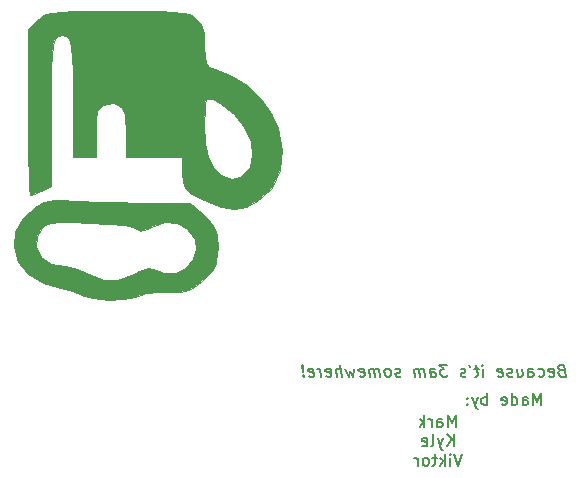
<source format=gbr>
G04 #@! TF.GenerationSoftware,KiCad,Pcbnew,5.1.5-1.fc31*
G04 #@! TF.CreationDate,2020-02-14T12:59:08+01:00*
G04 #@! TF.ProjectId,pcbdesign,70636264-6573-4696-976e-2e6b69636164,rev?*
G04 #@! TF.SameCoordinates,Original*
G04 #@! TF.FileFunction,Legend,Bot*
G04 #@! TF.FilePolarity,Positive*
%FSLAX46Y46*%
G04 Gerber Fmt 4.6, Leading zero omitted, Abs format (unit mm)*
G04 Created by KiCad (PCBNEW 5.1.5-1.fc31) date 2020-02-14 12:59:08*
%MOMM*%
%LPD*%
G04 APERTURE LIST*
%ADD10C,0.150000*%
%ADD11C,0.010000*%
G04 APERTURE END LIST*
D10*
X178600000Y-123102380D02*
X178600000Y-122102380D01*
X178266666Y-122816666D01*
X177933333Y-122102380D01*
X177933333Y-123102380D01*
X177028571Y-123102380D02*
X177028571Y-122578571D01*
X177076190Y-122483333D01*
X177171428Y-122435714D01*
X177361904Y-122435714D01*
X177457142Y-122483333D01*
X177028571Y-123054761D02*
X177123809Y-123102380D01*
X177361904Y-123102380D01*
X177457142Y-123054761D01*
X177504761Y-122959523D01*
X177504761Y-122864285D01*
X177457142Y-122769047D01*
X177361904Y-122721428D01*
X177123809Y-122721428D01*
X177028571Y-122673809D01*
X176552380Y-123102380D02*
X176552380Y-122435714D01*
X176552380Y-122626190D02*
X176504761Y-122530952D01*
X176457142Y-122483333D01*
X176361904Y-122435714D01*
X176266666Y-122435714D01*
X175933333Y-123102380D02*
X175933333Y-122102380D01*
X175838095Y-122721428D02*
X175552380Y-123102380D01*
X175552380Y-122435714D02*
X175933333Y-122816666D01*
X178433333Y-124752380D02*
X178433333Y-123752380D01*
X177861904Y-124752380D02*
X178290476Y-124180952D01*
X177861904Y-123752380D02*
X178433333Y-124323809D01*
X177528571Y-124085714D02*
X177290476Y-124752380D01*
X177052380Y-124085714D02*
X177290476Y-124752380D01*
X177385714Y-124990476D01*
X177433333Y-125038095D01*
X177528571Y-125085714D01*
X176528571Y-124752380D02*
X176623809Y-124704761D01*
X176671428Y-124609523D01*
X176671428Y-123752380D01*
X175766666Y-124704761D02*
X175861904Y-124752380D01*
X176052380Y-124752380D01*
X176147619Y-124704761D01*
X176195238Y-124609523D01*
X176195238Y-124228571D01*
X176147619Y-124133333D01*
X176052380Y-124085714D01*
X175861904Y-124085714D01*
X175766666Y-124133333D01*
X175719047Y-124228571D01*
X175719047Y-124323809D01*
X176195238Y-124419047D01*
X179123809Y-125402380D02*
X178790476Y-126402380D01*
X178457142Y-125402380D01*
X178123809Y-126402380D02*
X178123809Y-125735714D01*
X178123809Y-125402380D02*
X178171428Y-125450000D01*
X178123809Y-125497619D01*
X178076190Y-125450000D01*
X178123809Y-125402380D01*
X178123809Y-125497619D01*
X177647619Y-126402380D02*
X177647619Y-125402380D01*
X177552380Y-126021428D02*
X177266666Y-126402380D01*
X177266666Y-125735714D02*
X177647619Y-126116666D01*
X176980952Y-125735714D02*
X176600000Y-125735714D01*
X176838095Y-125402380D02*
X176838095Y-126259523D01*
X176790476Y-126354761D01*
X176695238Y-126402380D01*
X176600000Y-126402380D01*
X176123809Y-126402380D02*
X176219047Y-126354761D01*
X176266666Y-126307142D01*
X176314285Y-126211904D01*
X176314285Y-125926190D01*
X176266666Y-125830952D01*
X176219047Y-125783333D01*
X176123809Y-125735714D01*
X175980952Y-125735714D01*
X175885714Y-125783333D01*
X175838095Y-125830952D01*
X175790476Y-125926190D01*
X175790476Y-126211904D01*
X175838095Y-126307142D01*
X175885714Y-126354761D01*
X175980952Y-126402380D01*
X176123809Y-126402380D01*
X175361904Y-126402380D02*
X175361904Y-125735714D01*
X175361904Y-125926190D02*
X175314285Y-125830952D01*
X175266666Y-125783333D01*
X175171428Y-125735714D01*
X175076190Y-125735714D01*
X185819047Y-121252380D02*
X185819047Y-120252380D01*
X185485714Y-120966666D01*
X185152380Y-120252380D01*
X185152380Y-121252380D01*
X184247619Y-121252380D02*
X184247619Y-120728571D01*
X184295238Y-120633333D01*
X184390476Y-120585714D01*
X184580952Y-120585714D01*
X184676190Y-120633333D01*
X184247619Y-121204761D02*
X184342857Y-121252380D01*
X184580952Y-121252380D01*
X184676190Y-121204761D01*
X184723809Y-121109523D01*
X184723809Y-121014285D01*
X184676190Y-120919047D01*
X184580952Y-120871428D01*
X184342857Y-120871428D01*
X184247619Y-120823809D01*
X183342857Y-121252380D02*
X183342857Y-120252380D01*
X183342857Y-121204761D02*
X183438095Y-121252380D01*
X183628571Y-121252380D01*
X183723809Y-121204761D01*
X183771428Y-121157142D01*
X183819047Y-121061904D01*
X183819047Y-120776190D01*
X183771428Y-120680952D01*
X183723809Y-120633333D01*
X183628571Y-120585714D01*
X183438095Y-120585714D01*
X183342857Y-120633333D01*
X182485714Y-121204761D02*
X182580952Y-121252380D01*
X182771428Y-121252380D01*
X182866666Y-121204761D01*
X182914285Y-121109523D01*
X182914285Y-120728571D01*
X182866666Y-120633333D01*
X182771428Y-120585714D01*
X182580952Y-120585714D01*
X182485714Y-120633333D01*
X182438095Y-120728571D01*
X182438095Y-120823809D01*
X182914285Y-120919047D01*
X181247619Y-121252380D02*
X181247619Y-120252380D01*
X181247619Y-120633333D02*
X181152380Y-120585714D01*
X180961904Y-120585714D01*
X180866666Y-120633333D01*
X180819047Y-120680952D01*
X180771428Y-120776190D01*
X180771428Y-121061904D01*
X180819047Y-121157142D01*
X180866666Y-121204761D01*
X180961904Y-121252380D01*
X181152380Y-121252380D01*
X181247619Y-121204761D01*
X180438095Y-120585714D02*
X180200000Y-121252380D01*
X179961904Y-120585714D02*
X180200000Y-121252380D01*
X180295238Y-121490476D01*
X180342857Y-121538095D01*
X180438095Y-121585714D01*
X179580952Y-121157142D02*
X179533333Y-121204761D01*
X179580952Y-121252380D01*
X179628571Y-121204761D01*
X179580952Y-121157142D01*
X179580952Y-121252380D01*
X179580952Y-120633333D02*
X179533333Y-120680952D01*
X179580952Y-120728571D01*
X179628571Y-120680952D01*
X179580952Y-120633333D01*
X179580952Y-120728571D01*
X187496413Y-118328571D02*
X187359508Y-118376190D01*
X187317842Y-118423809D01*
X187282127Y-118519047D01*
X187299985Y-118661904D01*
X187359508Y-118757142D01*
X187413080Y-118804761D01*
X187514270Y-118852380D01*
X187895223Y-118852380D01*
X187770223Y-117852380D01*
X187436889Y-117852380D01*
X187347604Y-117900000D01*
X187305937Y-117947619D01*
X187270223Y-118042857D01*
X187282127Y-118138095D01*
X187341651Y-118233333D01*
X187395223Y-118280952D01*
X187496413Y-118328571D01*
X187829747Y-118328571D01*
X186508318Y-118804761D02*
X186609508Y-118852380D01*
X186799985Y-118852380D01*
X186889270Y-118804761D01*
X186924985Y-118709523D01*
X186877366Y-118328571D01*
X186817842Y-118233333D01*
X186716651Y-118185714D01*
X186526175Y-118185714D01*
X186436889Y-118233333D01*
X186401175Y-118328571D01*
X186413080Y-118423809D01*
X186901175Y-118519047D01*
X185603556Y-118804761D02*
X185704747Y-118852380D01*
X185895223Y-118852380D01*
X185984508Y-118804761D01*
X186026175Y-118757142D01*
X186061889Y-118661904D01*
X186026175Y-118376190D01*
X185966651Y-118280952D01*
X185913080Y-118233333D01*
X185811889Y-118185714D01*
X185621413Y-118185714D01*
X185532127Y-118233333D01*
X184752366Y-118852380D02*
X184686889Y-118328571D01*
X184722604Y-118233333D01*
X184811889Y-118185714D01*
X185002366Y-118185714D01*
X185103556Y-118233333D01*
X184746413Y-118804761D02*
X184847604Y-118852380D01*
X185085699Y-118852380D01*
X185174985Y-118804761D01*
X185210699Y-118709523D01*
X185198794Y-118614285D01*
X185139270Y-118519047D01*
X185038080Y-118471428D01*
X184799985Y-118471428D01*
X184698794Y-118423809D01*
X183764270Y-118185714D02*
X183847604Y-118852380D01*
X184192842Y-118185714D02*
X184258318Y-118709523D01*
X184222604Y-118804761D01*
X184133318Y-118852380D01*
X183990461Y-118852380D01*
X183889270Y-118804761D01*
X183835699Y-118757142D01*
X183413080Y-118804761D02*
X183323794Y-118852380D01*
X183133318Y-118852380D01*
X183032127Y-118804761D01*
X182972604Y-118709523D01*
X182966651Y-118661904D01*
X183002366Y-118566666D01*
X183091651Y-118519047D01*
X183234508Y-118519047D01*
X183323794Y-118471428D01*
X183359508Y-118376190D01*
X183353556Y-118328571D01*
X183294032Y-118233333D01*
X183192842Y-118185714D01*
X183049985Y-118185714D01*
X182960699Y-118233333D01*
X182174985Y-118804761D02*
X182276175Y-118852380D01*
X182466651Y-118852380D01*
X182555937Y-118804761D01*
X182591651Y-118709523D01*
X182544032Y-118328571D01*
X182484508Y-118233333D01*
X182383318Y-118185714D01*
X182192842Y-118185714D01*
X182103556Y-118233333D01*
X182067842Y-118328571D01*
X182079747Y-118423809D01*
X182567842Y-118519047D01*
X180942842Y-118852380D02*
X180859508Y-118185714D01*
X180817842Y-117852380D02*
X180871413Y-117900000D01*
X180829747Y-117947619D01*
X180776175Y-117900000D01*
X180817842Y-117852380D01*
X180829747Y-117947619D01*
X180526175Y-118185714D02*
X180145223Y-118185714D01*
X180341651Y-117852380D02*
X180448794Y-118709523D01*
X180413080Y-118804761D01*
X180323794Y-118852380D01*
X180228556Y-118852380D01*
X179722604Y-117852380D02*
X179841651Y-118042857D01*
X179460699Y-118804761D02*
X179371413Y-118852380D01*
X179180937Y-118852380D01*
X179079747Y-118804761D01*
X179020223Y-118709523D01*
X179014270Y-118661904D01*
X179049985Y-118566666D01*
X179139270Y-118519047D01*
X179282127Y-118519047D01*
X179371413Y-118471428D01*
X179407127Y-118376190D01*
X179401175Y-118328571D01*
X179341651Y-118233333D01*
X179240461Y-118185714D01*
X179097604Y-118185714D01*
X179008318Y-118233333D01*
X177817842Y-117852380D02*
X177198794Y-117852380D01*
X177579747Y-118233333D01*
X177436889Y-118233333D01*
X177347604Y-118280952D01*
X177305937Y-118328571D01*
X177270223Y-118423809D01*
X177299985Y-118661904D01*
X177359508Y-118757142D01*
X177413080Y-118804761D01*
X177514270Y-118852380D01*
X177799985Y-118852380D01*
X177889270Y-118804761D01*
X177930937Y-118757142D01*
X176466651Y-118852380D02*
X176401175Y-118328571D01*
X176436889Y-118233333D01*
X176526175Y-118185714D01*
X176716651Y-118185714D01*
X176817842Y-118233333D01*
X176460699Y-118804761D02*
X176561889Y-118852380D01*
X176799985Y-118852380D01*
X176889270Y-118804761D01*
X176924985Y-118709523D01*
X176913080Y-118614285D01*
X176853556Y-118519047D01*
X176752366Y-118471428D01*
X176514270Y-118471428D01*
X176413080Y-118423809D01*
X175990461Y-118852380D02*
X175907127Y-118185714D01*
X175919032Y-118280952D02*
X175865461Y-118233333D01*
X175764270Y-118185714D01*
X175621413Y-118185714D01*
X175532127Y-118233333D01*
X175496413Y-118328571D01*
X175561889Y-118852380D01*
X175496413Y-118328571D02*
X175436889Y-118233333D01*
X175335699Y-118185714D01*
X175192842Y-118185714D01*
X175103556Y-118233333D01*
X175067842Y-118328571D01*
X175133318Y-118852380D01*
X173936889Y-118804761D02*
X173847604Y-118852380D01*
X173657127Y-118852380D01*
X173555937Y-118804761D01*
X173496413Y-118709523D01*
X173490461Y-118661904D01*
X173526175Y-118566666D01*
X173615461Y-118519047D01*
X173758318Y-118519047D01*
X173847604Y-118471428D01*
X173883318Y-118376190D01*
X173877366Y-118328571D01*
X173817842Y-118233333D01*
X173716651Y-118185714D01*
X173573794Y-118185714D01*
X173484508Y-118233333D01*
X172942842Y-118852380D02*
X173032127Y-118804761D01*
X173073794Y-118757142D01*
X173109508Y-118661904D01*
X173073794Y-118376190D01*
X173014270Y-118280952D01*
X172960699Y-118233333D01*
X172859508Y-118185714D01*
X172716651Y-118185714D01*
X172627366Y-118233333D01*
X172585699Y-118280952D01*
X172549985Y-118376190D01*
X172585699Y-118661904D01*
X172645223Y-118757142D01*
X172698794Y-118804761D01*
X172799985Y-118852380D01*
X172942842Y-118852380D01*
X172180937Y-118852380D02*
X172097604Y-118185714D01*
X172109508Y-118280952D02*
X172055937Y-118233333D01*
X171954747Y-118185714D01*
X171811889Y-118185714D01*
X171722604Y-118233333D01*
X171686889Y-118328571D01*
X171752366Y-118852380D01*
X171686889Y-118328571D02*
X171627366Y-118233333D01*
X171526175Y-118185714D01*
X171383318Y-118185714D01*
X171294032Y-118233333D01*
X171258318Y-118328571D01*
X171323794Y-118852380D01*
X170460699Y-118804761D02*
X170561889Y-118852380D01*
X170752366Y-118852380D01*
X170841651Y-118804761D01*
X170877366Y-118709523D01*
X170829747Y-118328571D01*
X170770223Y-118233333D01*
X170669032Y-118185714D01*
X170478556Y-118185714D01*
X170389270Y-118233333D01*
X170353556Y-118328571D01*
X170365461Y-118423809D01*
X170853556Y-118519047D01*
X170002366Y-118185714D02*
X169895223Y-118852380D01*
X169645223Y-118376190D01*
X169514270Y-118852380D01*
X169240461Y-118185714D01*
X168942842Y-118852380D02*
X168817842Y-117852380D01*
X168514270Y-118852380D02*
X168448794Y-118328571D01*
X168484508Y-118233333D01*
X168573794Y-118185714D01*
X168716651Y-118185714D01*
X168817842Y-118233333D01*
X168871413Y-118280952D01*
X167651175Y-118804761D02*
X167752366Y-118852380D01*
X167942842Y-118852380D01*
X168032127Y-118804761D01*
X168067842Y-118709523D01*
X168020223Y-118328571D01*
X167960699Y-118233333D01*
X167859508Y-118185714D01*
X167669032Y-118185714D01*
X167579747Y-118233333D01*
X167544032Y-118328571D01*
X167555937Y-118423809D01*
X168044032Y-118519047D01*
X167180937Y-118852380D02*
X167097604Y-118185714D01*
X167121413Y-118376190D02*
X167061889Y-118280952D01*
X167008318Y-118233333D01*
X166907127Y-118185714D01*
X166811889Y-118185714D01*
X166174985Y-118804761D02*
X166276175Y-118852380D01*
X166466651Y-118852380D01*
X166555937Y-118804761D01*
X166591651Y-118709523D01*
X166544032Y-118328571D01*
X166484508Y-118233333D01*
X166383318Y-118185714D01*
X166192842Y-118185714D01*
X166103556Y-118233333D01*
X166067842Y-118328571D01*
X166079747Y-118423809D01*
X166567842Y-118519047D01*
X165692842Y-118757142D02*
X165651175Y-118804761D01*
X165704747Y-118852380D01*
X165746413Y-118804761D01*
X165692842Y-118757142D01*
X165704747Y-118852380D01*
X165657127Y-118471428D02*
X165633318Y-117900000D01*
X165579747Y-117852380D01*
X165538080Y-117900000D01*
X165657127Y-118471428D01*
X165579747Y-117852380D01*
D11*
G36*
X150438775Y-112305154D02*
G01*
X151478357Y-112092156D01*
X151692521Y-111997984D01*
X152386686Y-111804503D01*
X153436360Y-111700171D01*
X154198662Y-111696659D01*
X155289431Y-111698913D01*
X156022641Y-111544704D01*
X156672665Y-111139909D01*
X157222638Y-110659321D01*
X157950437Y-109925079D01*
X158305894Y-109279378D01*
X158419379Y-108425505D01*
X158426250Y-107920001D01*
X158376094Y-106882622D01*
X158141263Y-106184008D01*
X157595213Y-105530589D01*
X157260346Y-105215236D01*
X156094442Y-104146765D01*
X151704096Y-104132517D01*
X149937065Y-104113853D01*
X148250282Y-104073041D01*
X146820223Y-104015832D01*
X145823363Y-103947978D01*
X145726250Y-103937710D01*
X144563246Y-103886350D01*
X143694001Y-104089853D01*
X143122289Y-104395785D01*
X141939166Y-105435501D01*
X141301709Y-106641321D01*
X141183936Y-107896880D01*
X143043222Y-107896880D01*
X143111773Y-106981767D01*
X143536236Y-106296603D01*
X143848461Y-106044784D01*
X144318871Y-105887467D01*
X145073937Y-105809287D01*
X146240128Y-105794881D01*
X147482526Y-105817211D01*
X149235700Y-105897289D01*
X150527415Y-106037121D01*
X151282975Y-106227590D01*
X151395982Y-106294931D01*
X151859677Y-106512957D01*
X152469431Y-106368072D01*
X152831425Y-106193698D01*
X153991092Y-105760009D01*
X154958197Y-105834748D01*
X155843432Y-106355545D01*
X156497939Y-107174185D01*
X156638976Y-108070429D01*
X156357256Y-108926466D01*
X155743494Y-109624488D01*
X154888402Y-110046685D01*
X153882695Y-110075246D01*
X153176480Y-109819103D01*
X152581228Y-109687796D01*
X151796175Y-109926050D01*
X151376429Y-110136603D01*
X150003421Y-110675921D01*
X148783327Y-110675518D01*
X147544201Y-110141314D01*
X146555746Y-109708962D01*
X145548084Y-109509110D01*
X145471721Y-109507500D01*
X144299507Y-109286344D01*
X143464570Y-108707271D01*
X143043222Y-107896880D01*
X141183936Y-107896880D01*
X141183238Y-107904313D01*
X141557072Y-109115547D01*
X142396532Y-110166089D01*
X143674938Y-110947009D01*
X144806706Y-111273089D01*
X145868912Y-111539236D01*
X146818540Y-111891045D01*
X146901107Y-111931184D01*
X147873986Y-112220817D01*
X149145263Y-112346757D01*
X150438775Y-112305154D01*
G37*
X150438775Y-112305154D02*
X151478357Y-112092156D01*
X151692521Y-111997984D01*
X152386686Y-111804503D01*
X153436360Y-111700171D01*
X154198662Y-111696659D01*
X155289431Y-111698913D01*
X156022641Y-111544704D01*
X156672665Y-111139909D01*
X157222638Y-110659321D01*
X157950437Y-109925079D01*
X158305894Y-109279378D01*
X158419379Y-108425505D01*
X158426250Y-107920001D01*
X158376094Y-106882622D01*
X158141263Y-106184008D01*
X157595213Y-105530589D01*
X157260346Y-105215236D01*
X156094442Y-104146765D01*
X151704096Y-104132517D01*
X149937065Y-104113853D01*
X148250282Y-104073041D01*
X146820223Y-104015832D01*
X145823363Y-103947978D01*
X145726250Y-103937710D01*
X144563246Y-103886350D01*
X143694001Y-104089853D01*
X143122289Y-104395785D01*
X141939166Y-105435501D01*
X141301709Y-106641321D01*
X141183936Y-107896880D01*
X143043222Y-107896880D01*
X143111773Y-106981767D01*
X143536236Y-106296603D01*
X143848461Y-106044784D01*
X144318871Y-105887467D01*
X145073937Y-105809287D01*
X146240128Y-105794881D01*
X147482526Y-105817211D01*
X149235700Y-105897289D01*
X150527415Y-106037121D01*
X151282975Y-106227590D01*
X151395982Y-106294931D01*
X151859677Y-106512957D01*
X152469431Y-106368072D01*
X152831425Y-106193698D01*
X153991092Y-105760009D01*
X154958197Y-105834748D01*
X155843432Y-106355545D01*
X156497939Y-107174185D01*
X156638976Y-108070429D01*
X156357256Y-108926466D01*
X155743494Y-109624488D01*
X154888402Y-110046685D01*
X153882695Y-110075246D01*
X153176480Y-109819103D01*
X152581228Y-109687796D01*
X151796175Y-109926050D01*
X151376429Y-110136603D01*
X150003421Y-110675921D01*
X148783327Y-110675518D01*
X147544201Y-110141314D01*
X146555746Y-109708962D01*
X145548084Y-109509110D01*
X145471721Y-109507500D01*
X144299507Y-109286344D01*
X143464570Y-108707271D01*
X143043222Y-107896880D01*
X141183936Y-107896880D01*
X141183238Y-107904313D01*
X141557072Y-109115547D01*
X142396532Y-110166089D01*
X143674938Y-110947009D01*
X144806706Y-111273089D01*
X145868912Y-111539236D01*
X146818540Y-111891045D01*
X146901107Y-111931184D01*
X147873986Y-112220817D01*
X149145263Y-112346757D01*
X150438775Y-112305154D01*
G36*
X160855362Y-104526845D02*
G01*
X161792422Y-104024297D01*
X163021807Y-102855548D01*
X163724851Y-101384052D01*
X163890643Y-99677953D01*
X163508271Y-97805392D01*
X162984783Y-96578258D01*
X162115262Y-95346032D01*
X160888238Y-94191107D01*
X159512720Y-93279485D01*
X158199317Y-92777489D01*
X157685945Y-92628152D01*
X157422917Y-92329399D01*
X157327113Y-91705364D01*
X157315000Y-90906431D01*
X157248682Y-89768886D01*
X157005432Y-89032752D01*
X156620131Y-88564869D01*
X156337651Y-88337936D01*
X155985332Y-88171111D01*
X155468489Y-88055218D01*
X154692434Y-87981084D01*
X153562480Y-87939536D01*
X151983939Y-87921400D01*
X149938199Y-87917500D01*
X147850222Y-87919713D01*
X146301670Y-87933691D01*
X145196969Y-87970441D01*
X144440544Y-88040970D01*
X143936820Y-88156288D01*
X143590224Y-88327401D01*
X143305181Y-88565318D01*
X143171818Y-88696819D01*
X142392500Y-89476137D01*
X142392500Y-96475569D01*
X142398713Y-98506912D01*
X142416113Y-100306614D01*
X142442839Y-101784146D01*
X142477032Y-102848976D01*
X142516831Y-103410573D01*
X142536310Y-103475000D01*
X142899579Y-103357374D01*
X143488810Y-103106537D01*
X144297500Y-102738073D01*
X144297500Y-96636663D01*
X144305277Y-94452306D01*
X144332660Y-92819910D01*
X144385725Y-91656581D01*
X144470550Y-90879425D01*
X144593211Y-90405547D01*
X144759785Y-90152052D01*
X144773750Y-90140000D01*
X145281922Y-89904804D01*
X145726250Y-90140000D01*
X145915014Y-90411004D01*
X146048614Y-90921830D01*
X146135378Y-91764772D01*
X146183635Y-93032120D01*
X146201712Y-94816168D01*
X146202500Y-95417627D01*
X146202500Y-100300000D01*
X148107500Y-100300000D01*
X148107500Y-98247421D01*
X148138393Y-97086794D01*
X148260264Y-96394454D01*
X148516894Y-96005444D01*
X148742500Y-95855000D01*
X149554397Y-95688850D01*
X150012500Y-95855000D01*
X150366444Y-96144288D01*
X150560453Y-96642054D01*
X150628227Y-97400436D01*
X157315000Y-97400436D01*
X157325562Y-96243551D01*
X157386749Y-95597255D01*
X157542809Y-95337165D01*
X157837991Y-95338903D01*
X158029375Y-95392380D01*
X158702227Y-95742827D01*
X159522150Y-96359514D01*
X159783961Y-96595388D01*
X160682737Y-97715184D01*
X161217989Y-98939285D01*
X161375480Y-100129646D01*
X161140974Y-101148218D01*
X160500233Y-101856958D01*
X160335496Y-101943336D01*
X159620762Y-102122149D01*
X158918239Y-101867463D01*
X158742584Y-101757183D01*
X158052954Y-101142015D01*
X157613767Y-100295744D01*
X157382092Y-99087358D01*
X157315000Y-97400436D01*
X150628227Y-97400436D01*
X150638310Y-97513255D01*
X150647500Y-98247421D01*
X150647500Y-100300000D01*
X155410000Y-100300000D01*
X155427079Y-101649375D01*
X155464500Y-102396985D01*
X155642166Y-102884373D01*
X156093579Y-103274372D01*
X156952235Y-103729814D01*
X157252704Y-103876150D01*
X158713366Y-104488964D01*
X159856604Y-104703981D01*
X160855362Y-104526845D01*
G37*
X160855362Y-104526845D02*
X161792422Y-104024297D01*
X163021807Y-102855548D01*
X163724851Y-101384052D01*
X163890643Y-99677953D01*
X163508271Y-97805392D01*
X162984783Y-96578258D01*
X162115262Y-95346032D01*
X160888238Y-94191107D01*
X159512720Y-93279485D01*
X158199317Y-92777489D01*
X157685945Y-92628152D01*
X157422917Y-92329399D01*
X157327113Y-91705364D01*
X157315000Y-90906431D01*
X157248682Y-89768886D01*
X157005432Y-89032752D01*
X156620131Y-88564869D01*
X156337651Y-88337936D01*
X155985332Y-88171111D01*
X155468489Y-88055218D01*
X154692434Y-87981084D01*
X153562480Y-87939536D01*
X151983939Y-87921400D01*
X149938199Y-87917500D01*
X147850222Y-87919713D01*
X146301670Y-87933691D01*
X145196969Y-87970441D01*
X144440544Y-88040970D01*
X143936820Y-88156288D01*
X143590224Y-88327401D01*
X143305181Y-88565318D01*
X143171818Y-88696819D01*
X142392500Y-89476137D01*
X142392500Y-96475569D01*
X142398713Y-98506912D01*
X142416113Y-100306614D01*
X142442839Y-101784146D01*
X142477032Y-102848976D01*
X142516831Y-103410573D01*
X142536310Y-103475000D01*
X142899579Y-103357374D01*
X143488810Y-103106537D01*
X144297500Y-102738073D01*
X144297500Y-96636663D01*
X144305277Y-94452306D01*
X144332660Y-92819910D01*
X144385725Y-91656581D01*
X144470550Y-90879425D01*
X144593211Y-90405547D01*
X144759785Y-90152052D01*
X144773750Y-90140000D01*
X145281922Y-89904804D01*
X145726250Y-90140000D01*
X145915014Y-90411004D01*
X146048614Y-90921830D01*
X146135378Y-91764772D01*
X146183635Y-93032120D01*
X146201712Y-94816168D01*
X146202500Y-95417627D01*
X146202500Y-100300000D01*
X148107500Y-100300000D01*
X148107500Y-98247421D01*
X148138393Y-97086794D01*
X148260264Y-96394454D01*
X148516894Y-96005444D01*
X148742500Y-95855000D01*
X149554397Y-95688850D01*
X150012500Y-95855000D01*
X150366444Y-96144288D01*
X150560453Y-96642054D01*
X150628227Y-97400436D01*
X157315000Y-97400436D01*
X157325562Y-96243551D01*
X157386749Y-95597255D01*
X157542809Y-95337165D01*
X157837991Y-95338903D01*
X158029375Y-95392380D01*
X158702227Y-95742827D01*
X159522150Y-96359514D01*
X159783961Y-96595388D01*
X160682737Y-97715184D01*
X161217989Y-98939285D01*
X161375480Y-100129646D01*
X161140974Y-101148218D01*
X160500233Y-101856958D01*
X160335496Y-101943336D01*
X159620762Y-102122149D01*
X158918239Y-101867463D01*
X158742584Y-101757183D01*
X158052954Y-101142015D01*
X157613767Y-100295744D01*
X157382092Y-99087358D01*
X157315000Y-97400436D01*
X150628227Y-97400436D01*
X150638310Y-97513255D01*
X150647500Y-98247421D01*
X150647500Y-100300000D01*
X155410000Y-100300000D01*
X155427079Y-101649375D01*
X155464500Y-102396985D01*
X155642166Y-102884373D01*
X156093579Y-103274372D01*
X156952235Y-103729814D01*
X157252704Y-103876150D01*
X158713366Y-104488964D01*
X159856604Y-104703981D01*
X160855362Y-104526845D01*
M02*

</source>
